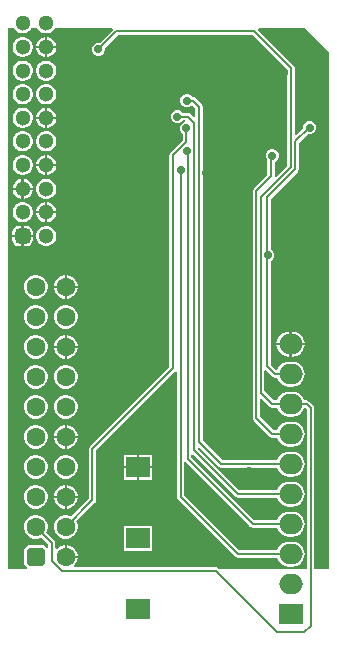
<source format=gbl>
G04*
G04 #@! TF.GenerationSoftware,Altium Limited,Altium Designer,23.3.1 (30)*
G04*
G04 Layer_Physical_Order=2*
G04 Layer_Color=16711680*
%FSLAX44Y44*%
%MOMM*%
G71*
G04*
G04 #@! TF.SameCoordinates,DEEDA602-8963-42E2-A134-3CDC50A55A7F*
G04*
G04*
G04 #@! TF.FilePolarity,Positive*
G04*
G01*
G75*
%ADD11C,0.2000*%
%ADD37O,2.0000X1.7000*%
%ADD38R,2.0000X1.7000*%
%ADD39C,1.6000*%
%ADD40C,1.3000*%
G04:AMPARAMS|DCode=41|XSize=1.3mm|YSize=1.3mm|CornerRadius=0.325mm|HoleSize=0mm|Usage=FLASHONLY|Rotation=90.000|XOffset=0mm|YOffset=0mm|HoleType=Round|Shape=RoundedRectangle|*
%AMROUNDEDRECTD41*
21,1,1.3000,0.6500,0,0,90.0*
21,1,0.6500,1.3000,0,0,90.0*
1,1,0.6500,0.3250,0.3250*
1,1,0.6500,0.3250,-0.3250*
1,1,0.6500,-0.3250,-0.3250*
1,1,0.6500,-0.3250,0.3250*
%
%ADD41ROUNDEDRECTD41*%
G04:AMPARAMS|DCode=42|XSize=1.6mm|YSize=1.6mm|CornerRadius=0.4mm|HoleSize=0mm|Usage=FLASHONLY|Rotation=90.000|XOffset=0mm|YOffset=0mm|HoleType=Round|Shape=RoundedRectangle|*
%AMROUNDEDRECTD42*
21,1,1.6000,0.8000,0,0,90.0*
21,1,0.8000,1.6000,0,0,90.0*
1,1,0.8000,0.4000,0.4000*
1,1,0.8000,0.4000,-0.4000*
1,1,0.8000,-0.4000,-0.4000*
1,1,0.8000,-0.4000,0.4000*
%
%ADD42ROUNDEDRECTD42*%
%ADD43C,0.7000*%
G36*
X114154Y606230D02*
X103151Y595227D01*
X103094Y595250D01*
X100906D01*
X98884Y594413D01*
X97337Y592865D01*
X96500Y590844D01*
Y588656D01*
X97337Y586634D01*
X98884Y585087D01*
X100906Y584250D01*
X103094D01*
X105115Y585087D01*
X106663Y586634D01*
X107500Y588656D01*
Y590844D01*
X107477Y590901D01*
X118517Y601941D01*
X232733D01*
X262191Y572483D01*
Y568696D01*
X262174Y568671D01*
X261941Y567500D01*
X261941Y567500D01*
Y491267D01*
X252429Y481754D01*
X251923Y481854D01*
X251184Y482306D01*
Y494451D01*
X252115Y494837D01*
X253663Y496385D01*
X254500Y498406D01*
Y500594D01*
X253663Y502616D01*
X252115Y504163D01*
X250094Y505000D01*
X247906D01*
X245884Y504163D01*
X244337Y502616D01*
X243500Y500594D01*
Y498406D01*
X244337Y496385D01*
X245066Y495656D01*
Y483266D01*
X233587Y471787D01*
X232924Y470795D01*
X232691Y469624D01*
X232691Y469624D01*
Y277500D01*
X232691Y277500D01*
X232924Y276329D01*
X233587Y275337D01*
X247187Y261737D01*
X247187Y261737D01*
X248179Y261074D01*
X249350Y260841D01*
X249350Y260841D01*
X253152D01*
X254078Y258605D01*
X255761Y256411D01*
X257955Y254728D01*
X260509Y253670D01*
X263250Y253309D01*
X266250D01*
X268991Y253670D01*
X271545Y254728D01*
X273739Y256411D01*
X275422Y258605D01*
X276480Y261159D01*
X276841Y263900D01*
X276480Y266641D01*
X275422Y269195D01*
X273739Y271389D01*
X271545Y273072D01*
X268991Y274130D01*
X266250Y274491D01*
X263250D01*
X260509Y274130D01*
X257955Y273072D01*
X255761Y271389D01*
X254078Y269195D01*
X253152Y266959D01*
X250617D01*
X238809Y278767D01*
Y293706D01*
X239982Y294192D01*
X247037Y287137D01*
X248029Y286474D01*
X249200Y286241D01*
X249200Y286241D01*
X253152D01*
X254078Y284005D01*
X255761Y281811D01*
X257955Y280128D01*
X260509Y279070D01*
X263250Y278709D01*
X266250D01*
X268991Y279070D01*
X271545Y280128D01*
X273739Y281811D01*
X275422Y284005D01*
X276131Y285716D01*
X277521Y285903D01*
X278691Y284733D01*
Y149750D01*
X204076Y149750D01*
X203563Y150263D01*
X202571Y150926D01*
X201400Y151159D01*
X201400Y151159D01*
X81497D01*
X80971Y152429D01*
X82402Y153860D01*
X83719Y156140D01*
X84400Y158684D01*
Y159000D01*
X74400D01*
Y160000D01*
X73400D01*
Y170000D01*
X73084D01*
X70540Y169319D01*
X68260Y168002D01*
X66829Y166571D01*
X65559Y167097D01*
Y171900D01*
X65559Y171900D01*
X65326Y173071D01*
X64663Y174063D01*
X57904Y180822D01*
X58319Y181540D01*
X59000Y184083D01*
Y186716D01*
X58319Y189260D01*
X57002Y191540D01*
X55140Y193402D01*
X52860Y194718D01*
X50317Y195400D01*
X47684D01*
X45140Y194718D01*
X42860Y193402D01*
X40998Y191540D01*
X39681Y189260D01*
X39000Y186716D01*
Y184083D01*
X39681Y181540D01*
X40998Y179260D01*
X42860Y177398D01*
X45140Y176082D01*
X47684Y175400D01*
X50317D01*
X52860Y176082D01*
X53578Y176496D01*
X59441Y170633D01*
Y167446D01*
X58171Y167060D01*
X57326Y168326D01*
X55341Y169652D01*
X53000Y170117D01*
X45000D01*
X42659Y169652D01*
X40674Y168326D01*
X39348Y166341D01*
X38883Y164000D01*
Y156000D01*
X39348Y153659D01*
X40674Y151674D01*
X41653Y151020D01*
X41268Y149750D01*
X25500D01*
X25500Y607500D01*
X30381D01*
X30998Y606431D01*
X32581Y604848D01*
X34519Y603729D01*
X36681Y603150D01*
X38919D01*
X41081Y603729D01*
X43019Y604848D01*
X44602Y606431D01*
X45219Y607500D01*
X50381D01*
X50998Y606431D01*
X52581Y604848D01*
X54519Y603729D01*
X56681Y603150D01*
X58919D01*
X61081Y603729D01*
X63019Y604848D01*
X64602Y606431D01*
X65219Y607500D01*
X113628Y607500D01*
X114154Y606230D01*
D02*
G37*
G36*
X297451Y587299D02*
X297451Y149750D01*
X284809D01*
Y286000D01*
X284576Y287171D01*
X283913Y288163D01*
X283913Y288163D01*
X280613Y291463D01*
X279620Y292126D01*
X278450Y292359D01*
X278450Y292359D01*
X276348D01*
X275422Y294595D01*
X273739Y296789D01*
X271545Y298472D01*
X268991Y299530D01*
X266250Y299891D01*
X263250D01*
X260509Y299530D01*
X257955Y298472D01*
X255761Y296789D01*
X254078Y294595D01*
X253152Y292359D01*
X250467D01*
X242559Y300267D01*
Y317569D01*
X243829Y318095D01*
X249387Y312537D01*
X250380Y311874D01*
X251550Y311641D01*
X251550Y311641D01*
X253152D01*
X254078Y309405D01*
X255761Y307211D01*
X257955Y305528D01*
X260509Y304470D01*
X263250Y304109D01*
X266250D01*
X268991Y304470D01*
X271545Y305528D01*
X273739Y307211D01*
X275422Y309405D01*
X276480Y311959D01*
X276841Y314700D01*
X276480Y317441D01*
X275422Y319995D01*
X273739Y322189D01*
X271545Y323872D01*
X268991Y324930D01*
X266250Y325291D01*
X263250D01*
X260509Y324930D01*
X257955Y323872D01*
X255761Y322189D01*
X254078Y319995D01*
X253580Y318792D01*
X252082Y318494D01*
X247809Y322767D01*
Y410253D01*
X248615Y410587D01*
X250163Y412135D01*
X251000Y414156D01*
Y416344D01*
X250163Y418366D01*
X248615Y419913D01*
X247809Y420247D01*
Y463233D01*
X270663Y486087D01*
X271326Y487080D01*
X271559Y488250D01*
X271559Y488250D01*
Y510483D01*
X279069Y517993D01*
X279656Y517750D01*
X281844D01*
X283866Y518587D01*
X285413Y520135D01*
X286250Y522156D01*
Y524344D01*
X285413Y526366D01*
X283866Y527913D01*
X281844Y528750D01*
X279656D01*
X277635Y527913D01*
X276087Y526366D01*
X275250Y524344D01*
Y522826D01*
X269232Y516808D01*
X268059Y517294D01*
Y566554D01*
X268076Y566580D01*
X268309Y567750D01*
X268309Y567750D01*
Y573750D01*
X268076Y574921D01*
X267413Y575913D01*
X237096Y606230D01*
X237622Y607500D01*
X277250D01*
X297451Y587299D01*
D02*
G37*
%LPC*%
G36*
X58919Y600150D02*
X58800D01*
Y592650D01*
X66300D01*
Y592769D01*
X65721Y594931D01*
X64602Y596869D01*
X63019Y598452D01*
X61081Y599571D01*
X58919Y600150D01*
D02*
G37*
G36*
X56800D02*
X56681D01*
X54519Y599571D01*
X52581Y598452D01*
X50998Y596869D01*
X49879Y594931D01*
X49300Y592769D01*
Y592650D01*
X56800D01*
Y600150D01*
D02*
G37*
G36*
X66300Y590650D02*
X58800D01*
Y583150D01*
X58919D01*
X61081Y583729D01*
X63019Y584848D01*
X64602Y586431D01*
X65721Y588369D01*
X66300Y590531D01*
Y590650D01*
D02*
G37*
G36*
X56800D02*
X49300D01*
Y590531D01*
X49879Y588369D01*
X50998Y586431D01*
X52581Y584848D01*
X54519Y583729D01*
X56681Y583150D01*
X56800D01*
Y590650D01*
D02*
G37*
G36*
X38919Y600150D02*
X36681D01*
X34519Y599571D01*
X32581Y598452D01*
X30998Y596869D01*
X29879Y594931D01*
X29300Y592769D01*
Y590531D01*
X29879Y588369D01*
X30998Y586431D01*
X32581Y584848D01*
X34519Y583729D01*
X36681Y583150D01*
X38919D01*
X41081Y583729D01*
X43019Y584848D01*
X44602Y586431D01*
X45721Y588369D01*
X46300Y590531D01*
Y592769D01*
X45721Y594931D01*
X44602Y596869D01*
X43019Y598452D01*
X41081Y599571D01*
X38919Y600150D01*
D02*
G37*
G36*
X58919Y580150D02*
X56681D01*
X54519Y579571D01*
X52581Y578452D01*
X50998Y576869D01*
X49879Y574931D01*
X49300Y572769D01*
Y570531D01*
X49879Y568369D01*
X50998Y566431D01*
X52581Y564848D01*
X54519Y563729D01*
X56681Y563150D01*
X58919D01*
X61081Y563729D01*
X63019Y564848D01*
X64602Y566431D01*
X65721Y568369D01*
X66300Y570531D01*
Y572769D01*
X65721Y574931D01*
X64602Y576869D01*
X63019Y578452D01*
X61081Y579571D01*
X58919Y580150D01*
D02*
G37*
G36*
X38919D02*
X36681D01*
X34519Y579571D01*
X32581Y578452D01*
X30998Y576869D01*
X29879Y574931D01*
X29300Y572769D01*
Y570531D01*
X29879Y568369D01*
X30998Y566431D01*
X32581Y564848D01*
X34519Y563729D01*
X36681Y563150D01*
X38919D01*
X41081Y563729D01*
X43019Y564848D01*
X44602Y566431D01*
X45721Y568369D01*
X46300Y570531D01*
Y572769D01*
X45721Y574931D01*
X44602Y576869D01*
X43019Y578452D01*
X41081Y579571D01*
X38919Y580150D01*
D02*
G37*
G36*
X58919Y560150D02*
X56681D01*
X54519Y559571D01*
X52581Y558452D01*
X50998Y556869D01*
X49879Y554931D01*
X49300Y552769D01*
Y550531D01*
X49879Y548369D01*
X50998Y546431D01*
X52581Y544848D01*
X54519Y543729D01*
X56681Y543150D01*
X58919D01*
X61081Y543729D01*
X63019Y544848D01*
X64602Y546431D01*
X65721Y548369D01*
X66300Y550531D01*
Y552769D01*
X65721Y554931D01*
X64602Y556869D01*
X63019Y558452D01*
X61081Y559571D01*
X58919Y560150D01*
D02*
G37*
G36*
X38919D02*
X36681D01*
X34519Y559571D01*
X32581Y558452D01*
X30998Y556869D01*
X29879Y554931D01*
X29300Y552769D01*
Y550531D01*
X29879Y548369D01*
X30998Y546431D01*
X32581Y544848D01*
X34519Y543729D01*
X36681Y543150D01*
X38919D01*
X41081Y543729D01*
X43019Y544848D01*
X44602Y546431D01*
X45721Y548369D01*
X46300Y550531D01*
Y552769D01*
X45721Y554931D01*
X44602Y556869D01*
X43019Y558452D01*
X41081Y559571D01*
X38919Y560150D01*
D02*
G37*
G36*
X58919Y540150D02*
X58800D01*
Y532650D01*
X66300D01*
Y532769D01*
X65721Y534931D01*
X64602Y536869D01*
X63019Y538452D01*
X61081Y539571D01*
X58919Y540150D01*
D02*
G37*
G36*
X56800D02*
X56681D01*
X54519Y539571D01*
X52581Y538452D01*
X50998Y536869D01*
X49879Y534931D01*
X49300Y532769D01*
Y532650D01*
X56800D01*
Y540150D01*
D02*
G37*
G36*
X178094Y551682D02*
X175906D01*
X173885Y550845D01*
X172337Y549297D01*
X171500Y547276D01*
Y545088D01*
X172337Y543067D01*
X173885Y541519D01*
X175906Y540682D01*
X178094D01*
X180116Y541519D01*
X181347Y542751D01*
X184191Y539907D01*
Y532468D01*
X183018Y531982D01*
X180337Y534663D01*
X179345Y535326D01*
X178174Y535559D01*
X178174Y535559D01*
X173436D01*
X173413Y535616D01*
X171866Y537163D01*
X169844Y538000D01*
X167656D01*
X165634Y537163D01*
X164087Y535616D01*
X163250Y533594D01*
Y531406D01*
X164087Y529384D01*
X165634Y527837D01*
X167656Y527000D01*
X169844D01*
X171866Y527837D01*
X173413Y529384D01*
X173436Y529441D01*
X175216D01*
X175406Y528250D01*
X173384Y527413D01*
X171837Y525866D01*
X171000Y523844D01*
Y521656D01*
X171837Y519635D01*
X173384Y518087D01*
X173441Y518064D01*
Y512767D01*
X163087Y502413D01*
X162424Y501421D01*
X162191Y500250D01*
X162191Y500250D01*
Y320767D01*
X94587Y253163D01*
X93924Y252171D01*
X93691Y251000D01*
X93691Y251000D01*
Y209017D01*
X78978Y194304D01*
X78260Y194718D01*
X75717Y195400D01*
X73084D01*
X70540Y194718D01*
X68260Y193402D01*
X66398Y191540D01*
X65082Y189260D01*
X64400Y186716D01*
Y184083D01*
X65082Y181540D01*
X66398Y179260D01*
X68260Y177398D01*
X70540Y176082D01*
X73084Y175400D01*
X75717D01*
X78260Y176082D01*
X80540Y177398D01*
X82402Y179260D01*
X83719Y181540D01*
X84400Y184083D01*
Y186716D01*
X83719Y189260D01*
X83304Y189978D01*
X98913Y205587D01*
X98913Y205587D01*
X99576Y206579D01*
X99809Y207750D01*
Y249733D01*
X167265Y317190D01*
X167870Y317090D01*
X168535Y316731D01*
Y210656D01*
X168535Y210656D01*
X168768Y209485D01*
X169431Y208493D01*
X217787Y160137D01*
X218780Y159474D01*
X219950Y159241D01*
X253152D01*
X254078Y157005D01*
X255761Y154811D01*
X257955Y153128D01*
X260509Y152070D01*
X263250Y151709D01*
X266250D01*
X268991Y152070D01*
X271545Y153128D01*
X273739Y154811D01*
X275422Y157005D01*
X276480Y159559D01*
X276841Y162300D01*
X276480Y165041D01*
X275422Y167595D01*
X273739Y169789D01*
X271545Y171472D01*
X268991Y172530D01*
X266250Y172891D01*
X263250D01*
X260509Y172530D01*
X257955Y171472D01*
X255761Y169789D01*
X254078Y167595D01*
X253152Y165359D01*
X221217D01*
X174653Y211923D01*
Y239819D01*
X175923Y240345D01*
X230731Y185537D01*
X230731Y185537D01*
X231723Y184874D01*
X232894Y184641D01*
X253152D01*
X254078Y182405D01*
X255761Y180211D01*
X257955Y178528D01*
X260509Y177470D01*
X263250Y177109D01*
X266250D01*
X268991Y177470D01*
X271545Y178528D01*
X273739Y180211D01*
X275422Y182405D01*
X276480Y184959D01*
X276841Y187700D01*
X276480Y190441D01*
X275422Y192995D01*
X273739Y195189D01*
X271545Y196872D01*
X268991Y197930D01*
X266250Y198291D01*
X263250D01*
X260509Y197930D01*
X257955Y196872D01*
X255761Y195189D01*
X254078Y192995D01*
X253152Y190759D01*
X234161D01*
X180653Y244267D01*
Y246218D01*
X181923Y246744D01*
X217730Y210937D01*
X217730Y210937D01*
X218722Y210274D01*
X219893Y210041D01*
X253152D01*
X254078Y207805D01*
X255761Y205611D01*
X257955Y203928D01*
X260509Y202870D01*
X263250Y202509D01*
X266250D01*
X268991Y202870D01*
X271545Y203928D01*
X273739Y205611D01*
X275422Y207805D01*
X276480Y210359D01*
X276841Y213100D01*
X276480Y215841D01*
X275422Y218395D01*
X273739Y220589D01*
X271545Y222272D01*
X268991Y223330D01*
X266250Y223691D01*
X263250D01*
X260509Y223330D01*
X257955Y222272D01*
X255761Y220589D01*
X254078Y218395D01*
X253152Y216159D01*
X221160D01*
X186051Y251267D01*
Y252463D01*
X187225Y252950D01*
X203837Y236337D01*
X204830Y235674D01*
X206000Y235441D01*
X206000Y235441D01*
X253152D01*
X254078Y233205D01*
X255761Y231011D01*
X257955Y229328D01*
X260509Y228270D01*
X263250Y227909D01*
X266250D01*
X268991Y228270D01*
X271545Y229328D01*
X273739Y231011D01*
X275422Y233205D01*
X276480Y235759D01*
X276841Y238500D01*
X276480Y241241D01*
X275422Y243795D01*
X273739Y245989D01*
X271545Y247672D01*
X268991Y248730D01*
X266250Y249091D01*
X263250D01*
X260509Y248730D01*
X257955Y247672D01*
X255761Y245989D01*
X254078Y243795D01*
X253152Y241559D01*
X207267D01*
X190309Y258517D01*
Y541174D01*
X190076Y542345D01*
X189413Y543337D01*
X189413Y543337D01*
X184380Y548370D01*
X183388Y549033D01*
X182217Y549266D01*
X182217Y549266D01*
X181676D01*
X181663Y549297D01*
X180116Y550845D01*
X178094Y551682D01*
D02*
G37*
G36*
X66300Y530650D02*
X58800D01*
Y523150D01*
X58919D01*
X61081Y523729D01*
X63019Y524848D01*
X64602Y526431D01*
X65721Y528369D01*
X66300Y530531D01*
Y530650D01*
D02*
G37*
G36*
X56800D02*
X49300D01*
Y530531D01*
X49879Y528369D01*
X50998Y526431D01*
X52581Y524848D01*
X54519Y523729D01*
X56681Y523150D01*
X56800D01*
Y530650D01*
D02*
G37*
G36*
X38919Y540150D02*
X36681D01*
X34519Y539571D01*
X32581Y538452D01*
X30998Y536869D01*
X29879Y534931D01*
X29300Y532769D01*
Y530531D01*
X29879Y528369D01*
X30998Y526431D01*
X32581Y524848D01*
X34519Y523729D01*
X36681Y523150D01*
X38919D01*
X41081Y523729D01*
X43019Y524848D01*
X44602Y526431D01*
X45721Y528369D01*
X46300Y530531D01*
Y532769D01*
X45721Y534931D01*
X44602Y536869D01*
X43019Y538452D01*
X41081Y539571D01*
X38919Y540150D01*
D02*
G37*
G36*
X58919Y520150D02*
X56681D01*
X54519Y519571D01*
X52581Y518452D01*
X50998Y516869D01*
X49879Y514931D01*
X49300Y512769D01*
Y510531D01*
X49879Y508369D01*
X50998Y506431D01*
X52581Y504848D01*
X54519Y503729D01*
X56681Y503150D01*
X58919D01*
X61081Y503729D01*
X63019Y504848D01*
X64602Y506431D01*
X65721Y508369D01*
X66300Y510531D01*
Y512769D01*
X65721Y514931D01*
X64602Y516869D01*
X63019Y518452D01*
X61081Y519571D01*
X58919Y520150D01*
D02*
G37*
G36*
X38919D02*
X36681D01*
X34519Y519571D01*
X32581Y518452D01*
X30998Y516869D01*
X29879Y514931D01*
X29300Y512769D01*
Y510531D01*
X29879Y508369D01*
X30998Y506431D01*
X32581Y504848D01*
X34519Y503729D01*
X36681Y503150D01*
X38919D01*
X41081Y503729D01*
X43019Y504848D01*
X44602Y506431D01*
X45721Y508369D01*
X46300Y510531D01*
Y512769D01*
X45721Y514931D01*
X44602Y516869D01*
X43019Y518452D01*
X41081Y519571D01*
X38919Y520150D01*
D02*
G37*
G36*
X58919Y500150D02*
X58800D01*
Y492650D01*
X66300D01*
Y492769D01*
X65721Y494931D01*
X64602Y496869D01*
X63019Y498452D01*
X61081Y499571D01*
X58919Y500150D01*
D02*
G37*
G36*
X56800D02*
X56681D01*
X54519Y499571D01*
X52581Y498452D01*
X50998Y496869D01*
X49879Y494931D01*
X49300Y492769D01*
Y492650D01*
X56800D01*
Y500150D01*
D02*
G37*
G36*
X66300Y490650D02*
X58800D01*
Y483150D01*
X58919D01*
X61081Y483729D01*
X63019Y484848D01*
X64602Y486431D01*
X65721Y488369D01*
X66300Y490531D01*
Y490650D01*
D02*
G37*
G36*
X56800D02*
X49300D01*
Y490531D01*
X49879Y488369D01*
X50998Y486431D01*
X52581Y484848D01*
X54519Y483729D01*
X56681Y483150D01*
X56800D01*
Y490650D01*
D02*
G37*
G36*
X38919Y500150D02*
X36681D01*
X34519Y499571D01*
X32581Y498452D01*
X30998Y496869D01*
X29879Y494931D01*
X29300Y492769D01*
Y490531D01*
X29879Y488369D01*
X30998Y486431D01*
X32581Y484848D01*
X34519Y483729D01*
X36681Y483150D01*
X38919D01*
X41081Y483729D01*
X43019Y484848D01*
X44602Y486431D01*
X45721Y488369D01*
X46300Y490531D01*
Y492769D01*
X45721Y494931D01*
X44602Y496869D01*
X43019Y498452D01*
X41081Y499571D01*
X38919Y500150D01*
D02*
G37*
G36*
Y480150D02*
X38800D01*
Y472650D01*
X46300D01*
Y472769D01*
X45721Y474931D01*
X44602Y476869D01*
X43019Y478452D01*
X41081Y479571D01*
X38919Y480150D01*
D02*
G37*
G36*
X36800D02*
X36681D01*
X34519Y479571D01*
X32581Y478452D01*
X30998Y476869D01*
X29879Y474931D01*
X29300Y472769D01*
Y472650D01*
X36800D01*
Y480150D01*
D02*
G37*
G36*
X58919D02*
X56681D01*
X54519Y479571D01*
X52581Y478452D01*
X50998Y476869D01*
X49879Y474931D01*
X49300Y472769D01*
Y470531D01*
X49879Y468369D01*
X50998Y466431D01*
X52581Y464848D01*
X54519Y463729D01*
X56681Y463150D01*
X58919D01*
X61081Y463729D01*
X63019Y464848D01*
X64602Y466431D01*
X65721Y468369D01*
X66300Y470531D01*
Y472769D01*
X65721Y474931D01*
X64602Y476869D01*
X63019Y478452D01*
X61081Y479571D01*
X58919Y480150D01*
D02*
G37*
G36*
X46300Y470650D02*
X38800D01*
Y463150D01*
X38919D01*
X41081Y463729D01*
X43019Y464848D01*
X44602Y466431D01*
X45721Y468369D01*
X46300Y470531D01*
Y470650D01*
D02*
G37*
G36*
X36800D02*
X29300D01*
Y470531D01*
X29879Y468369D01*
X30998Y466431D01*
X32581Y464848D01*
X34519Y463729D01*
X36681Y463150D01*
X36800D01*
Y470650D01*
D02*
G37*
G36*
X58919Y460150D02*
X58800D01*
Y452650D01*
X66300D01*
Y452769D01*
X65721Y454931D01*
X64602Y456869D01*
X63019Y458452D01*
X61081Y459571D01*
X58919Y460150D01*
D02*
G37*
G36*
X56800D02*
X56681D01*
X54519Y459571D01*
X52581Y458452D01*
X50998Y456869D01*
X49879Y454931D01*
X49300Y452769D01*
Y452650D01*
X56800D01*
Y460150D01*
D02*
G37*
G36*
X66300Y450650D02*
X58800D01*
Y443150D01*
X58919D01*
X61081Y443729D01*
X63019Y444848D01*
X64602Y446431D01*
X65721Y448369D01*
X66300Y450531D01*
Y450650D01*
D02*
G37*
G36*
X56800D02*
X49300D01*
Y450531D01*
X49879Y448369D01*
X50998Y446431D01*
X52581Y444848D01*
X54519Y443729D01*
X56681Y443150D01*
X56800D01*
Y450650D01*
D02*
G37*
G36*
X38919Y460150D02*
X36681D01*
X34519Y459571D01*
X32581Y458452D01*
X30998Y456869D01*
X29879Y454931D01*
X29300Y452769D01*
Y450531D01*
X29879Y448369D01*
X30998Y446431D01*
X32581Y444848D01*
X34519Y443729D01*
X36681Y443150D01*
X38919D01*
X41081Y443729D01*
X43019Y444848D01*
X44602Y446431D01*
X45721Y448369D01*
X46300Y450531D01*
Y452769D01*
X45721Y454931D01*
X44602Y456869D01*
X43019Y458452D01*
X41081Y459571D01*
X38919Y460150D01*
D02*
G37*
G36*
X41050Y440253D02*
X38800D01*
Y432650D01*
X46403D01*
Y434900D01*
X45995Y436948D01*
X44835Y438685D01*
X43098Y439845D01*
X41050Y440253D01*
D02*
G37*
G36*
X36800D02*
X34550D01*
X32502Y439845D01*
X30765Y438685D01*
X29605Y436948D01*
X29197Y434900D01*
Y432650D01*
X36800D01*
Y440253D01*
D02*
G37*
G36*
X58919Y440150D02*
X56681D01*
X54519Y439571D01*
X52581Y438452D01*
X50998Y436869D01*
X49879Y434931D01*
X49300Y432769D01*
Y430531D01*
X49879Y428369D01*
X50998Y426431D01*
X52581Y424848D01*
X54519Y423729D01*
X56681Y423150D01*
X58919D01*
X61081Y423729D01*
X63019Y424848D01*
X64602Y426431D01*
X65721Y428369D01*
X66300Y430531D01*
Y432769D01*
X65721Y434931D01*
X64602Y436869D01*
X63019Y438452D01*
X61081Y439571D01*
X58919Y440150D01*
D02*
G37*
G36*
X46403Y430650D02*
X38800D01*
Y423047D01*
X41050D01*
X43098Y423455D01*
X44835Y424615D01*
X45995Y426352D01*
X46403Y428400D01*
Y430650D01*
D02*
G37*
G36*
X36800D02*
X29197D01*
Y428400D01*
X29605Y426352D01*
X30765Y424615D01*
X32502Y423455D01*
X34550Y423047D01*
X36800D01*
Y430650D01*
D02*
G37*
G36*
X75717Y398600D02*
X75400D01*
Y389600D01*
X84400D01*
Y389916D01*
X83719Y392460D01*
X82402Y394740D01*
X80540Y396602D01*
X78260Y397919D01*
X75717Y398600D01*
D02*
G37*
G36*
X73400D02*
X73084D01*
X70540Y397919D01*
X68260Y396602D01*
X66398Y394740D01*
X65082Y392460D01*
X64400Y389916D01*
Y389600D01*
X73400D01*
Y398600D01*
D02*
G37*
G36*
X84400Y387600D02*
X75400D01*
Y378600D01*
X75717D01*
X78260Y379282D01*
X80540Y380598D01*
X82402Y382460D01*
X83719Y384740D01*
X84400Y387284D01*
Y387600D01*
D02*
G37*
G36*
X73400D02*
X64400D01*
Y387284D01*
X65082Y384740D01*
X66398Y382460D01*
X68260Y380598D01*
X70540Y379282D01*
X73084Y378600D01*
X73400D01*
Y387600D01*
D02*
G37*
G36*
X50317Y398600D02*
X47684D01*
X45140Y397919D01*
X42860Y396602D01*
X40998Y394740D01*
X39681Y392460D01*
X39000Y389916D01*
Y387284D01*
X39681Y384740D01*
X40998Y382460D01*
X42860Y380598D01*
X45140Y379282D01*
X47684Y378600D01*
X50317D01*
X52860Y379282D01*
X55140Y380598D01*
X57002Y382460D01*
X58319Y384740D01*
X59000Y387284D01*
Y389916D01*
X58319Y392460D01*
X57002Y394740D01*
X55140Y396602D01*
X52860Y397919D01*
X50317Y398600D01*
D02*
G37*
G36*
X75717Y373200D02*
X73084D01*
X70540Y372519D01*
X68260Y371202D01*
X66398Y369340D01*
X65082Y367060D01*
X64400Y364516D01*
Y361884D01*
X65082Y359340D01*
X66398Y357060D01*
X68260Y355198D01*
X70540Y353881D01*
X73084Y353200D01*
X75717D01*
X78260Y353881D01*
X80540Y355198D01*
X82402Y357060D01*
X83719Y359340D01*
X84400Y361884D01*
Y364516D01*
X83719Y367060D01*
X82402Y369340D01*
X80540Y371202D01*
X78260Y372519D01*
X75717Y373200D01*
D02*
G37*
G36*
X50317D02*
X47684D01*
X45140Y372519D01*
X42860Y371202D01*
X40998Y369340D01*
X39681Y367060D01*
X39000Y364516D01*
Y361884D01*
X39681Y359340D01*
X40998Y357060D01*
X42860Y355198D01*
X45140Y353881D01*
X47684Y353200D01*
X50317D01*
X52860Y353881D01*
X55140Y355198D01*
X57002Y357060D01*
X58319Y359340D01*
X59000Y361884D01*
Y364516D01*
X58319Y367060D01*
X57002Y369340D01*
X55140Y371202D01*
X52860Y372519D01*
X50317Y373200D01*
D02*
G37*
G36*
X75717Y347800D02*
X75400D01*
Y338800D01*
X84400D01*
Y339117D01*
X83719Y341660D01*
X82402Y343940D01*
X80540Y345802D01*
X78260Y347118D01*
X75717Y347800D01*
D02*
G37*
G36*
X73400D02*
X73084D01*
X70540Y347118D01*
X68260Y345802D01*
X66398Y343940D01*
X65082Y341660D01*
X64400Y339117D01*
Y338800D01*
X73400D01*
Y347800D01*
D02*
G37*
G36*
X84400Y336800D02*
X75400D01*
Y327800D01*
X75717D01*
X78260Y328481D01*
X80540Y329798D01*
X82402Y331660D01*
X83719Y333940D01*
X84400Y336483D01*
Y336800D01*
D02*
G37*
G36*
X73400D02*
X64400D01*
Y336483D01*
X65082Y333940D01*
X66398Y331660D01*
X68260Y329798D01*
X70540Y328481D01*
X73084Y327800D01*
X73400D01*
Y336800D01*
D02*
G37*
G36*
X50317Y347800D02*
X47684D01*
X45140Y347118D01*
X42860Y345802D01*
X40998Y343940D01*
X39681Y341660D01*
X39000Y339117D01*
Y336483D01*
X39681Y333940D01*
X40998Y331660D01*
X42860Y329798D01*
X45140Y328481D01*
X47684Y327800D01*
X50317D01*
X52860Y328481D01*
X55140Y329798D01*
X57002Y331660D01*
X58319Y333940D01*
X59000Y336483D01*
Y339117D01*
X58319Y341660D01*
X57002Y343940D01*
X55140Y345802D01*
X52860Y347118D01*
X50317Y347800D01*
D02*
G37*
G36*
X75717Y322400D02*
X73084D01*
X70540Y321718D01*
X68260Y320402D01*
X66398Y318540D01*
X65082Y316260D01*
X64400Y313717D01*
Y311084D01*
X65082Y308540D01*
X66398Y306260D01*
X68260Y304398D01*
X70540Y303081D01*
X73084Y302400D01*
X75717D01*
X78260Y303081D01*
X80540Y304398D01*
X82402Y306260D01*
X83719Y308540D01*
X84400Y311084D01*
Y313717D01*
X83719Y316260D01*
X82402Y318540D01*
X80540Y320402D01*
X78260Y321718D01*
X75717Y322400D01*
D02*
G37*
G36*
X50317D02*
X47684D01*
X45140Y321718D01*
X42860Y320402D01*
X40998Y318540D01*
X39681Y316260D01*
X39000Y313717D01*
Y311084D01*
X39681Y308540D01*
X40998Y306260D01*
X42860Y304398D01*
X45140Y303081D01*
X47684Y302400D01*
X50317D01*
X52860Y303081D01*
X55140Y304398D01*
X57002Y306260D01*
X58319Y308540D01*
X59000Y311084D01*
Y313717D01*
X58319Y316260D01*
X57002Y318540D01*
X55140Y320402D01*
X52860Y321718D01*
X50317Y322400D01*
D02*
G37*
G36*
X75717Y297000D02*
X73084D01*
X70540Y296318D01*
X68260Y295002D01*
X66398Y293140D01*
X65082Y290860D01*
X64400Y288316D01*
Y285683D01*
X65082Y283140D01*
X66398Y280860D01*
X68260Y278998D01*
X70540Y277682D01*
X73084Y277000D01*
X75717D01*
X78260Y277682D01*
X80540Y278998D01*
X82402Y280860D01*
X83719Y283140D01*
X84400Y285683D01*
Y288316D01*
X83719Y290860D01*
X82402Y293140D01*
X80540Y295002D01*
X78260Y296318D01*
X75717Y297000D01*
D02*
G37*
G36*
X50317D02*
X47684D01*
X45140Y296318D01*
X42860Y295002D01*
X40998Y293140D01*
X39681Y290860D01*
X39000Y288316D01*
Y285683D01*
X39681Y283140D01*
X40998Y280860D01*
X42860Y278998D01*
X45140Y277682D01*
X47684Y277000D01*
X50317D01*
X52860Y277682D01*
X55140Y278998D01*
X57002Y280860D01*
X58319Y283140D01*
X59000Y285683D01*
Y288316D01*
X58319Y290860D01*
X57002Y293140D01*
X55140Y295002D01*
X52860Y296318D01*
X50317Y297000D01*
D02*
G37*
G36*
X75717Y271600D02*
X75400D01*
Y262600D01*
X84400D01*
Y262917D01*
X83719Y265460D01*
X82402Y267740D01*
X80540Y269602D01*
X78260Y270919D01*
X75717Y271600D01*
D02*
G37*
G36*
X73400D02*
X73084D01*
X70540Y270919D01*
X68260Y269602D01*
X66398Y267740D01*
X65082Y265460D01*
X64400Y262917D01*
Y262600D01*
X73400D01*
Y271600D01*
D02*
G37*
G36*
X84400Y260600D02*
X75400D01*
Y251600D01*
X75717D01*
X78260Y252281D01*
X80540Y253598D01*
X82402Y255460D01*
X83719Y257740D01*
X84400Y260284D01*
Y260600D01*
D02*
G37*
G36*
X73400D02*
X64400D01*
Y260284D01*
X65082Y257740D01*
X66398Y255460D01*
X68260Y253598D01*
X70540Y252281D01*
X73084Y251600D01*
X73400D01*
Y260600D01*
D02*
G37*
G36*
X50317Y271600D02*
X47684D01*
X45140Y270919D01*
X42860Y269602D01*
X40998Y267740D01*
X39681Y265460D01*
X39000Y262917D01*
Y260284D01*
X39681Y257740D01*
X40998Y255460D01*
X42860Y253598D01*
X45140Y252281D01*
X47684Y251600D01*
X50317D01*
X52860Y252281D01*
X55140Y253598D01*
X57002Y255460D01*
X58319Y257740D01*
X59000Y260284D01*
Y262917D01*
X58319Y265460D01*
X57002Y267740D01*
X55140Y269602D01*
X52860Y270919D01*
X50317Y271600D01*
D02*
G37*
G36*
X147750Y246250D02*
X136750D01*
Y236750D01*
X147750D01*
Y246250D01*
D02*
G37*
G36*
X134750D02*
X123750D01*
Y236750D01*
X134750D01*
Y246250D01*
D02*
G37*
G36*
X75717Y246200D02*
X73084D01*
X70540Y245518D01*
X68260Y244202D01*
X66398Y242340D01*
X65082Y240060D01*
X64400Y237516D01*
Y234883D01*
X65082Y232340D01*
X66398Y230060D01*
X68260Y228198D01*
X70540Y226882D01*
X73084Y226200D01*
X75717D01*
X78260Y226882D01*
X80540Y228198D01*
X82402Y230060D01*
X83719Y232340D01*
X84400Y234883D01*
Y237516D01*
X83719Y240060D01*
X82402Y242340D01*
X80540Y244202D01*
X78260Y245518D01*
X75717Y246200D01*
D02*
G37*
G36*
X50317D02*
X47684D01*
X45140Y245518D01*
X42860Y244202D01*
X40998Y242340D01*
X39681Y240060D01*
X39000Y237516D01*
Y234883D01*
X39681Y232340D01*
X40998Y230060D01*
X42860Y228198D01*
X45140Y226882D01*
X47684Y226200D01*
X50317D01*
X52860Y226882D01*
X55140Y228198D01*
X57002Y230060D01*
X58319Y232340D01*
X59000Y234883D01*
Y237516D01*
X58319Y240060D01*
X57002Y242340D01*
X55140Y244202D01*
X52860Y245518D01*
X50317Y246200D01*
D02*
G37*
G36*
X147750Y234750D02*
X136750D01*
Y225250D01*
X147750D01*
Y234750D01*
D02*
G37*
G36*
X134750D02*
X123750D01*
Y225250D01*
X134750D01*
Y234750D01*
D02*
G37*
G36*
X75717Y220800D02*
X75400D01*
Y211800D01*
X84400D01*
Y212117D01*
X83719Y214660D01*
X82402Y216940D01*
X80540Y218802D01*
X78260Y220119D01*
X75717Y220800D01*
D02*
G37*
G36*
X73400D02*
X73084D01*
X70540Y220119D01*
X68260Y218802D01*
X66398Y216940D01*
X65082Y214660D01*
X64400Y212117D01*
Y211800D01*
X73400D01*
Y220800D01*
D02*
G37*
G36*
X84400Y209800D02*
X75400D01*
Y200800D01*
X75717D01*
X78260Y201481D01*
X80540Y202798D01*
X82402Y204660D01*
X83719Y206940D01*
X84400Y209484D01*
Y209800D01*
D02*
G37*
G36*
X73400D02*
X64400D01*
Y209484D01*
X65082Y206940D01*
X66398Y204660D01*
X68260Y202798D01*
X70540Y201481D01*
X73084Y200800D01*
X73400D01*
Y209800D01*
D02*
G37*
G36*
X50317Y220800D02*
X47684D01*
X45140Y220119D01*
X42860Y218802D01*
X40998Y216940D01*
X39681Y214660D01*
X39000Y212117D01*
Y209484D01*
X39681Y206940D01*
X40998Y204660D01*
X42860Y202798D01*
X45140Y201481D01*
X47684Y200800D01*
X50317D01*
X52860Y201481D01*
X55140Y202798D01*
X57002Y204660D01*
X58319Y206940D01*
X59000Y209484D01*
Y212117D01*
X58319Y214660D01*
X57002Y216940D01*
X55140Y218802D01*
X52860Y220119D01*
X50317Y220800D01*
D02*
G37*
G36*
X147750Y186250D02*
X123750D01*
Y165250D01*
X147750D01*
Y186250D01*
D02*
G37*
G36*
X75717Y170000D02*
X75400D01*
Y161000D01*
X84400D01*
Y161317D01*
X83719Y163860D01*
X82402Y166140D01*
X80540Y168002D01*
X78260Y169319D01*
X75717Y170000D01*
D02*
G37*
G36*
X266250Y350691D02*
X265750D01*
Y341100D01*
X276709D01*
X276480Y342841D01*
X275422Y345395D01*
X273739Y347589D01*
X271545Y349272D01*
X268991Y350330D01*
X266250Y350691D01*
D02*
G37*
G36*
X263750D02*
X263250D01*
X260509Y350330D01*
X257955Y349272D01*
X255761Y347589D01*
X254078Y345395D01*
X253020Y342841D01*
X252791Y341100D01*
X263750D01*
Y350691D01*
D02*
G37*
G36*
X276709Y339100D02*
X265750D01*
Y329509D01*
X266250D01*
X268991Y329870D01*
X271545Y330928D01*
X273739Y332611D01*
X275422Y334805D01*
X276480Y337359D01*
X276709Y339100D01*
D02*
G37*
G36*
X263750D02*
X252791D01*
X253020Y337359D01*
X254078Y334805D01*
X255761Y332611D01*
X257955Y330928D01*
X260509Y329870D01*
X263250Y329509D01*
X263750D01*
Y339100D01*
D02*
G37*
%LPD*%
D11*
X248125Y498625D02*
X249000Y499500D01*
X248125Y481999D02*
Y498625D01*
X239500Y299000D02*
Y464500D01*
Y299000D02*
X249200Y289300D01*
X264750D01*
X278450D01*
X281750Y286000D01*
Y101250D02*
Y286000D01*
X219950Y162300D02*
X264750D01*
X171594Y210656D02*
X219950Y162300D01*
X177594Y243000D02*
Y502906D01*
Y243000D02*
X232894Y187700D01*
X264750D01*
X182993Y250000D02*
Y527682D01*
X219893Y213100D02*
X264750D01*
X182993Y250000D02*
X219893Y213100D01*
X187250Y257250D02*
Y541174D01*
X206000Y238500D02*
X264750D01*
X187250Y257250D02*
X206000Y238500D01*
X178174Y532500D02*
X182993Y527682D01*
X235750Y277500D02*
Y469624D01*
Y277500D02*
X249350Y263900D01*
X264750D01*
X244750Y321500D02*
X251550Y314700D01*
X264750D01*
X171594Y210656D02*
Y487750D01*
X62500Y156750D02*
Y171900D01*
X49000Y185400D02*
X62500Y171900D01*
X244750Y321500D02*
Y464500D01*
X268500Y488250D01*
Y511750D01*
X280000Y523250D02*
X280750D01*
X268500Y511750D02*
X280000Y523250D01*
X235750Y469624D02*
X248125Y481999D01*
X239500Y464500D02*
X265000Y490000D01*
Y567500D01*
X234000Y605000D02*
X265250Y573750D01*
Y567750D02*
Y573750D01*
X265000Y567500D02*
X265250Y567750D01*
X62500Y156750D02*
X71150Y148100D01*
X201400D01*
X253500Y96000D02*
X276500D01*
X201400Y148100D02*
X253500Y96000D01*
X177025Y546207D02*
X182217D01*
X187250Y541174D01*
X177000Y546182D02*
X177025Y546207D01*
X165250Y500250D02*
X176500Y511500D01*
X96750Y251000D02*
X165250Y319500D01*
Y500250D01*
X176993Y503507D02*
X177594Y502906D01*
X176500Y511500D02*
Y522750D01*
X276500Y96000D02*
X281750Y101250D01*
X168750Y532500D02*
X178174D01*
X74400Y185400D02*
X96750Y207750D01*
Y251000D01*
X117250Y605000D02*
X234000D01*
X102000Y589750D02*
X117250Y605000D01*
D37*
X264750Y213100D02*
D03*
Y187700D02*
D03*
Y136900D02*
D03*
Y162300D02*
D03*
Y238500D02*
D03*
Y263900D02*
D03*
Y289300D02*
D03*
Y314700D02*
D03*
Y340100D02*
D03*
D38*
Y111500D02*
D03*
X135750Y175750D02*
D03*
Y235750D02*
D03*
Y115750D02*
D03*
D39*
X49000Y388600D02*
D03*
X74400Y160000D02*
D03*
X49000Y185400D02*
D03*
X74400D02*
D03*
X49000Y210800D02*
D03*
X74400D02*
D03*
X49000Y236200D02*
D03*
X74400D02*
D03*
X49000Y261600D02*
D03*
X74400D02*
D03*
X49000Y287000D02*
D03*
X74400D02*
D03*
X49000Y312400D02*
D03*
X74400D02*
D03*
X49000Y337800D02*
D03*
X74400D02*
D03*
X49000Y363200D02*
D03*
X74400D02*
D03*
Y388600D02*
D03*
D40*
X57800Y611650D02*
D03*
X37800D02*
D03*
X57800Y591650D02*
D03*
X37800D02*
D03*
X57800Y571650D02*
D03*
X37800D02*
D03*
X57800Y551650D02*
D03*
X37800D02*
D03*
X57800Y531650D02*
D03*
X37800D02*
D03*
X57800Y511650D02*
D03*
X37800D02*
D03*
X57800Y491650D02*
D03*
X37800D02*
D03*
X57800Y471650D02*
D03*
X37800D02*
D03*
X57800Y451650D02*
D03*
X37800D02*
D03*
X57800Y431650D02*
D03*
D41*
X37800D02*
D03*
D42*
X49000Y160000D02*
D03*
D43*
X263375Y454244D02*
D03*
X217250Y450750D02*
D03*
X213682Y526428D02*
D03*
X233000Y511250D02*
D03*
X212750Y484250D02*
D03*
X279000Y470250D02*
D03*
X249000Y499500D02*
D03*
X255250Y492750D02*
D03*
X281350Y534721D02*
D03*
X245500Y415250D02*
D03*
X280750Y523250D02*
D03*
X249750Y534250D02*
D03*
X171594Y487750D02*
D03*
X213250Y412750D02*
D03*
X176993Y503507D02*
D03*
X168750Y515750D02*
D03*
X168620Y559182D02*
D03*
X177000Y546182D02*
D03*
X206250Y568250D02*
D03*
X176500Y522750D02*
D03*
X193500Y485000D02*
D03*
X113500Y448500D02*
D03*
X106500Y436250D02*
D03*
X229250Y232500D02*
D03*
X228250Y292750D02*
D03*
X138000Y262250D02*
D03*
X278500Y389250D02*
D03*
X102000Y589750D02*
D03*
X103500Y476750D02*
D03*
X273250Y601750D02*
D03*
X119500Y590000D02*
D03*
X168750Y532500D02*
D03*
X119750Y532750D02*
D03*
M02*

</source>
